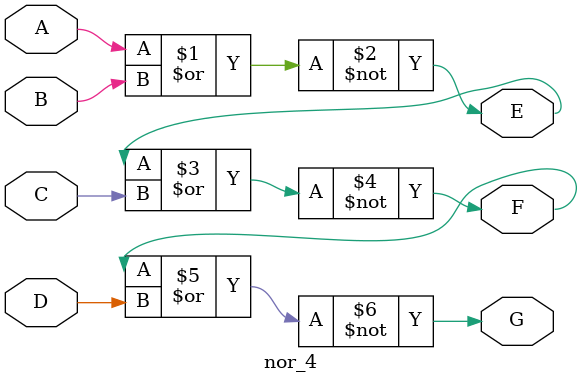
<source format=v>
`timescale 1ns / 1ps



module nor_4(output E, F, G, input A, B, C, D);
    assign E = ~(A|B);
    assign F = ~(E|C);
    assign G = ~(F|D);
endmodule

</source>
